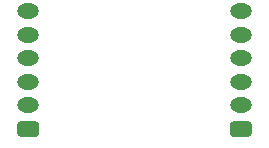
<source format=gbr>
%TF.GenerationSoftware,KiCad,Pcbnew,5.1.6-c6e7f7d~87~ubuntu20.04.1*%
%TF.CreationDate,2020-08-25T19:21:37-04:00*%
%TF.ProjectId,4_Channel_Level_Shifter,345f4368-616e-46e6-956c-5f4c6576656c,rev?*%
%TF.SameCoordinates,Original*%
%TF.FileFunction,Soldermask,Bot*%
%TF.FilePolarity,Negative*%
%FSLAX46Y46*%
G04 Gerber Fmt 4.6, Leading zero omitted, Abs format (unit mm)*
G04 Created by KiCad (PCBNEW 5.1.6-c6e7f7d~87~ubuntu20.04.1) date 2020-08-25 19:21:37*
%MOMM*%
%LPD*%
G01*
G04 APERTURE LIST*
%ADD10O,1.850000X1.300000*%
G04 APERTURE END LIST*
D10*
%TO.C,J2*%
X173200000Y-96400000D03*
X173200000Y-98400000D03*
X173200000Y-100400000D03*
X173200000Y-102400000D03*
X173200000Y-104400000D03*
G36*
G01*
X173854168Y-107050000D02*
X172545832Y-107050000D01*
G75*
G02*
X172275000Y-106779168I0J270832D01*
G01*
X172275000Y-106020832D01*
G75*
G02*
X172545832Y-105750000I270832J0D01*
G01*
X173854168Y-105750000D01*
G75*
G02*
X174125000Y-106020832I0J-270832D01*
G01*
X174125000Y-106779168D01*
G75*
G02*
X173854168Y-107050000I-270832J0D01*
G01*
G37*
%TD*%
%TO.C,J1*%
X155200000Y-96400000D03*
X155200000Y-98400000D03*
X155200000Y-100400000D03*
X155200000Y-102400000D03*
X155200000Y-104400000D03*
G36*
G01*
X155854168Y-107050000D02*
X154545832Y-107050000D01*
G75*
G02*
X154275000Y-106779168I0J270832D01*
G01*
X154275000Y-106020832D01*
G75*
G02*
X154545832Y-105750000I270832J0D01*
G01*
X155854168Y-105750000D01*
G75*
G02*
X156125000Y-106020832I0J-270832D01*
G01*
X156125000Y-106779168D01*
G75*
G02*
X155854168Y-107050000I-270832J0D01*
G01*
G37*
%TD*%
M02*

</source>
